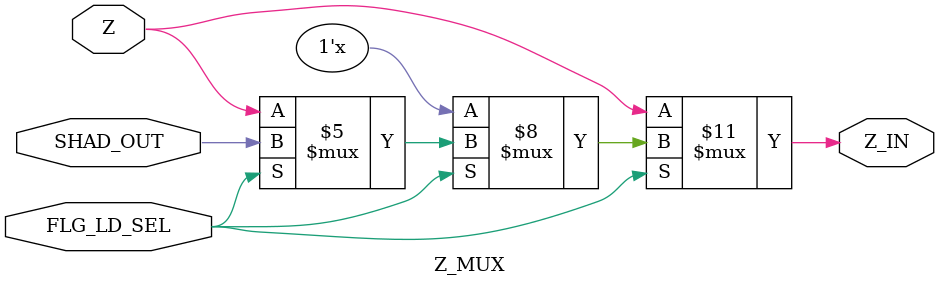
<source format=sv>
`timescale 1ns / 1ps

module Z_FLAG(
    input LD,DIN,CLK,
    output logic DOUT
    );
    
    always_ff@(posedge CLK) begin
        if (LD ==1)
            DOUT <= DIN;
    end
endmodule

//////

module SHAD_Z(
    input LD, IN, CLK,
    output logic OUT);
    
    always_ff@(posedge CLK) begin
        if (LD)
            OUT <= IN;
    end
endmodule

///////

module Z_MUX(
    input Z, SHAD_OUT, FLG_LD_SEL,
    output logic Z_IN);
    
    always_comb begin
        if(FLG_LD_SEL == 0)
            Z_IN = Z;
        else if(FLG_LD_SEL == 1)
            Z_IN = SHAD_OUT;
        else 
            Z_IN = Z;
    end
endmodule  
</source>
